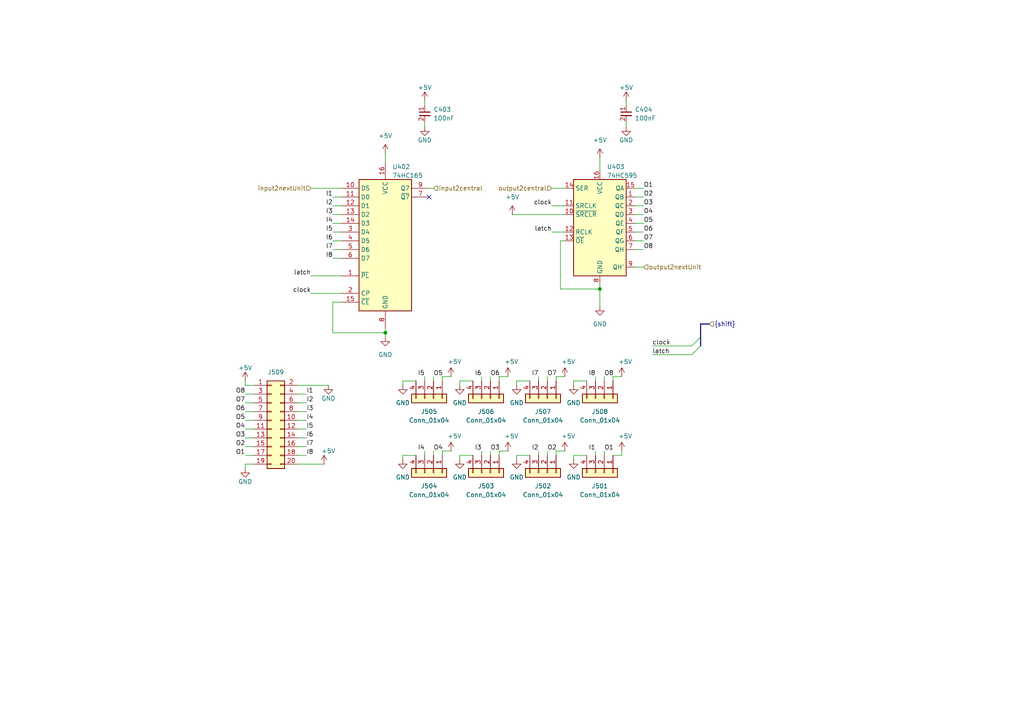
<source format=kicad_sch>
(kicad_sch (version 20231120) (generator "eeschema") (generator_version "8.0")
  (paper "A4")
  (lib_symbols
    (symbol "74xx:74HC165"
      (property "Reference" "U" (at -7.62 19.05 0))
      (property "Value" "74HC165" (at -7.62 -21.59 0))
      (symbol "74HC165_1_0"
        (pin input line (at -12.7 -10.16 0) (length 5.08) (name "~{PL}") (number "1"))
        (pin input line (at -12.7 15.24 0) (length 5.08) (name "DS") (number "10"))
        (pin input line (at -12.7 12.7 0) (length 5.08) (name "D0") (number "11"))
        (pin input line (at -12.7 10.16 0) (length 5.08) (name "D1") (number "12"))
        (pin input line (at -12.7 7.62 0) (length 5.08) (name "D2") (number "13"))
        (pin input line (at -12.7 5.08 0) (length 5.08) (name "D3") (number "14"))
        (pin input line (at -12.7 -17.78 0) (length 5.08) (name "~{CE}") (number "15"))
        (pin power_in line (at 0 22.86 270) (length 5.08) (name "VCC") (number "16"))
        (pin input line (at -12.7 -15.24 0) (length 5.08) (name "CP") (number "2"))
        (pin input line (at -12.7 2.54 0) (length 5.08) (name "D4") (number "3"))
        (pin input line (at -12.7 0 0) (length 5.08) (name "D5") (number "4"))
        (pin input line (at -12.7 -2.54 0) (length 5.08) (name "D6") (number "5"))
        (pin input line (at -12.7 -5.08 0) (length 5.08) (name "D7") (number "6"))
        (pin output line (at 12.7 12.7 180) (length 5.08) (name "~{Q7}") (number "7"))
        (pin power_in line (at 0 -25.4 90) (length 5.08) (name "GND") (number "8"))
        (pin output line (at 12.7 15.24 180) (length 5.08) (name "Q7") (number "9"))
      )
      (symbol "74HC165_1_1"
        (rectangle (start -7.62 17.78) (end 7.62 -20.32) (stroke (width 0.254)) (fill (type background)))
      )
    )
    (symbol "74xx:74HC595"
      (property "Reference" "U" (at -7.62 13.97 0))
      (property "Value" "74HC595" (at -7.62 -16.51 0))
      (symbol "74HC595_1_0"
        (pin tri_state line (at 10.16 7.62 180) (length 2.54) (name "QB") (number "1"))
        (pin input line (at -10.16 2.54 0) (length 2.54) (name "~{SRCLR}") (number "10"))
        (pin input line (at -10.16 5.08 0) (length 2.54) (name "SRCLK") (number "11"))
        (pin input line (at -10.16 -2.54 0) (length 2.54) (name "RCLK") (number "12"))
        (pin input line (at -10.16 -5.08 0) (length 2.54) (name "~{OE}") (number "13"))
        (pin input line (at -10.16 10.16 0) (length 2.54) (name "SER") (number "14"))
        (pin tri_state line (at 10.16 10.16 180) (length 2.54) (name "QA") (number "15"))
        (pin power_in line (at 0 15.24 270) (length 2.54) (name "VCC") (number "16"))
        (pin tri_state line (at 10.16 5.08 180) (length 2.54) (name "QC") (number "2"))
        (pin tri_state line (at 10.16 2.54 180) (length 2.54) (name "QD") (number "3"))
        (pin tri_state line (at 10.16 0 180) (length 2.54) (name "QE") (number "4"))
        (pin tri_state line (at 10.16 -2.54 180) (length 2.54) (name "QF") (number "5"))
        (pin tri_state line (at 10.16 -5.08 180) (length 2.54) (name "QG") (number "6"))
        (pin tri_state line (at 10.16 -7.62 180) (length 2.54) (name "QH") (number "7"))
        (pin power_in line (at 0 -17.78 90) (length 2.54) (name "GND") (number "8"))
        (pin output line (at 10.16 -12.7 180) (length 2.54) (name "QH'") (number "9"))
      )
      (symbol "74HC595_1_1"
        (rectangle (start -7.62 12.7) (end 7.62 -15.24) (stroke (width 0.254)) (fill (type background)))
      )
    )
    (symbol "Connector_Generic:Conn_01x04" (pin_names (offset 1.016) hide)
      (property "Reference" "J" (at 0 5.08 0))
      (property "Value" "Conn_01x04" (at 0 -7.62 0))
      (symbol "Conn_01x04_1_1"
        (rectangle (start -1.27 -4.953) (end 0 -5.207) (stroke (width 0.1524)))
        (rectangle (start -1.27 -2.413) (end 0 -2.667) (stroke (width 0.1524)))
        (rectangle (start -1.27 0.127) (end 0 -0.127) (stroke (width 0.1524)))
        (rectangle (start -1.27 2.667) (end 0 2.413) (stroke (width 0.1524)))
        (rectangle (start -1.27 3.81) (end 1.27 -6.35) (stroke (width 0.254)) (fill (type background)))
        (pin passive line (at -5.08 2.54 0) (length 3.81) (name "Pin_1") (number "1"))
        (pin passive line (at -5.08 0 0) (length 3.81) (name "Pin_2") (number "2"))
        (pin passive line (at -5.08 -2.54 0) (length 3.81) (name "Pin_3") (number "3"))
        (pin passive line (at -5.08 -5.08 0) (length 3.81) (name "Pin_4") (number "4"))
      )
    )
    (symbol "Connector_Generic:Conn_02x10_Odd_Even" (pin_names (offset 1.016) hide)
      (property "Reference" "J" (at 1.27 12.7 0))
      (property "Value" "Conn_02x10_Odd_Even" (at 1.27 -15.24 0))
      (symbol "Conn_02x10_Odd_Even_1_1"
        (rectangle (start -1.27 -12.573) (end 0 -12.827) (stroke (width 0.1524)))
        (rectangle (start -1.27 -10.033) (end 0 -10.287) (stroke (width 0.1524)))
        (rectangle (start -1.27 -7.493) (end 0 -7.747) (stroke (width 0.1524)))
        (rectangle (start -1.27 -4.953) (end 0 -5.207) (stroke (width 0.1524)))
        (rectangle (start -1.27 -2.413) (end 0 -2.667) (stroke (width 0.1524)))
        (rectangle (start -1.27 0.127) (end 0 -0.127) (stroke (width 0.1524)))
        (rectangle (start -1.27 2.667) (end 0 2.413) (stroke (width 0.1524)))
        (rectangle (start -1.27 5.207) (end 0 4.953) (stroke (width 0.1524)))
        (rectangle (start -1.27 7.747) (end 0 7.493) (stroke (width 0.1524)))
        (rectangle (start -1.27 10.287) (end 0 10.033) (stroke (width 0.1524)))
        (rectangle (start -1.27 11.43) (end 3.81 -13.97) (stroke (width 0.254)) (fill (type background)))
        (rectangle (start 3.81 -12.573) (end 2.54 -12.827) (stroke (width 0.1524)))
        (rectangle (start 3.81 -10.033) (end 2.54 -10.287) (stroke (width 0.1524)))
        (rectangle (start 3.81 -7.493) (end 2.54 -7.747) (stroke (width 0.1524)))
        (rectangle (start 3.81 -4.953) (end 2.54 -5.207) (stroke (width 0.1524)))
        (rectangle (start 3.81 -2.413) (end 2.54 -2.667) (stroke (width 0.1524)))
        (rectangle (start 3.81 0.127) (end 2.54 -0.127) (stroke (width 0.1524)))
        (rectangle (start 3.81 2.667) (end 2.54 2.413) (stroke (width 0.1524)))
        (rectangle (start 3.81 5.207) (end 2.54 4.953) (stroke (width 0.1524)))
        (rectangle (start 3.81 7.747) (end 2.54 7.493) (stroke (width 0.1524)))
        (rectangle (start 3.81 10.287) (end 2.54 10.033) (stroke (width 0.1524)))
        (pin passive line (at -5.08 10.16 0) (length 3.81) (name "Pin_1") (number "1"))
        (pin passive line (at 7.62 0 180) (length 3.81) (name "Pin_10") (number "10"))
        (pin passive line (at -5.08 -2.54 0) (length 3.81) (name "Pin_11") (number "11"))
        (pin passive line (at 7.62 -2.54 180) (length 3.81) (name "Pin_12") (number "12"))
        (pin passive line (at -5.08 -5.08 0) (length 3.81) (name "Pin_13") (number "13"))
        (pin passive line (at 7.62 -5.08 180) (length 3.81) (name "Pin_14") (number "14"))
        (pin passive line (at -5.08 -7.62 0) (length 3.81) (name "Pin_15") (number "15"))
        (pin passive line (at 7.62 -7.62 180) (length 3.81) (name "Pin_16") (number "16"))
        (pin passive line (at -5.08 -10.16 0) (length 3.81) (name "Pin_17") (number "17"))
        (pin passive line (at 7.62 -10.16 180) (length 3.81) (name "Pin_18") (number "18"))
        (pin passive line (at -5.08 -12.7 0) (length 3.81) (name "Pin_19") (number "19"))
        (pin passive line (at 7.62 10.16 180) (length 3.81) (name "Pin_2") (number "2"))
        (pin passive line (at 7.62 -12.7 180) (length 3.81) (name "Pin_20") (number "20"))
        (pin passive line (at -5.08 7.62 0) (length 3.81) (name "Pin_3") (number "3"))
        (pin passive line (at 7.62 7.62 180) (length 3.81) (name "Pin_4") (number "4"))
        (pin passive line (at -5.08 5.08 0) (length 3.81) (name "Pin_5") (number "5"))
        (pin passive line (at 7.62 5.08 180) (length 3.81) (name "Pin_6") (number "6"))
        (pin passive line (at -5.08 2.54 0) (length 3.81) (name "Pin_7") (number "7"))
        (pin passive line (at 7.62 2.54 180) (length 3.81) (name "Pin_8") (number "8"))
        (pin passive line (at -5.08 0 0) (length 3.81) (name "Pin_9") (number "9"))
      )
    )
    (symbol "capacitor_miscellaneous:C_0603_100nF"
      (property "Reference" "C" (at 1.27 2.54 0))
      (property "Value" "100nF" (at 3.81 -2.54 0))
      (symbol "C_0603_100nF_0_1"
        (polyline (pts (xy -1.524 -0.508) (xy 1.524 -0.508)) (stroke (width 0.3302)))
        (polyline (pts (xy -1.524 0.508) (xy 1.524 0.508)) (stroke (width 0.3048)))
      )
      (symbol "C_0603_100nF_1_1"
        (pin passive line (at 0 2.54 270) (length 2.032) (name "~") (number "1"))
        (pin passive line (at 0 -2.54 90) (length 2.032) (name "~") (number "2"))
      )
    )
    (symbol "power:+5V" (power) (pin_numbers hide) (pin_names (offset 0) hide)
      (property "Value" "+5V" (at 0 3.556 0))
      (symbol "+5V_0_1"
        (polyline (pts (xy -0.762 1.27) (xy 0 2.54)))
        (polyline (pts (xy 0 0) (xy 0 2.54)))
        (polyline (pts (xy 0 2.54) (xy 0.762 1.27)))
      )
      (symbol "+5V_1_1"
        (pin power_in line (at 0 0 90) (length 0) (name "~") (number "1"))
      )
    )
    (symbol "power:GND" (power) (pin_numbers hide) (pin_names (offset 0) hide)
      (property "Value" "GND" (at 0 -3.81 0))
      (symbol "GND_0_1"
        (polyline (pts (xy 0 0) (xy 0 -1.27) (xy 1.27 -1.27) (xy 0 -2.54) (xy -1.27 -1.27) (xy 0 -1.27)))
      )
      (symbol "GND_1_1"
        (pin power_in line (at 0 0 270) (length 0) (name "~") (number "1"))
      )
    )
  )
  (junction (at 173.99 83.82))
  (junction (at 111.76 96.52))
  (no_connect (at 124.46 57.15))
  (bus_entry (at 203.2 100.33) (size -2.54 2.54))
  (bus_entry (at 203.2 97.79) (size -2.54 2.54))
  (wire (pts (xy 71.12 124.46) (xy 73.66 124.46)))
  (wire (pts (xy 130.81 130.81) (xy 128.27 130.81)))
  (wire (pts (xy 166.37 132.08) (xy 166.37 133.35)))
  (bus (pts (xy 203.2 100.33) (xy 203.2 97.79)))
  (wire (pts (xy 181.61 29.21) (xy 181.61 30.48)))
  (wire (pts (xy 158.75 109.22) (xy 158.75 110.49)))
  (wire (pts (xy 86.36 114.3) (xy 88.9 114.3)))
  (wire (pts (xy 96.52 59.69) (xy 99.06 59.69)))
  (wire (pts (xy 96.52 74.93) (xy 99.06 74.93)))
  (bus (pts (xy 203.2 97.79) (xy 203.2 93.98)))
  (wire (pts (xy 180.34 132.08) (xy 177.8 132.08)))
  (wire (pts (xy 184.15 67.31) (xy 186.69 67.31)))
  (wire (pts (xy 162.56 83.82) (xy 173.99 83.82)))
  (wire (pts (xy 111.76 95.25) (xy 111.76 96.52)))
  (wire (pts (xy 90.17 85.09) (xy 99.06 85.09)))
  (wire (pts (xy 189.23 102.87) (xy 200.66 102.87)))
  (wire (pts (xy 71.12 119.38) (xy 73.66 119.38)))
  (wire (pts (xy 71.12 132.08) (xy 73.66 132.08)))
  (wire (pts (xy 184.15 57.15) (xy 186.69 57.15)))
  (wire (pts (xy 133.35 110.49) (xy 133.35 111.76)))
  (wire (pts (xy 96.52 64.77) (xy 99.06 64.77)))
  (wire (pts (xy 172.72 130.81) (xy 172.72 132.08)))
  (wire (pts (xy 149.86 110.49) (xy 153.67 110.49)))
  (wire (pts (xy 160.02 54.61) (xy 163.83 54.61)))
  (wire (pts (xy 111.76 44.45) (xy 111.76 46.99)))
  (wire (pts (xy 90.17 54.61) (xy 99.06 54.61)))
  (wire (pts (xy 184.15 72.39) (xy 186.69 72.39)))
  (wire (pts (xy 71.12 121.92) (xy 73.66 121.92)))
  (wire (pts (xy 71.12 134.62) (xy 71.12 135.89)))
  (wire (pts (xy 180.34 130.81) (xy 180.34 132.08)))
  (wire (pts (xy 123.19 130.81) (xy 123.19 132.08)))
  (wire (pts (xy 148.59 62.23) (xy 163.83 62.23)))
  (wire (pts (xy 123.19 29.21) (xy 123.19 30.48)))
  (wire (pts (xy 123.19 109.22) (xy 123.19 110.49)))
  (wire (pts (xy 173.99 82.55) (xy 173.99 83.82)))
  (wire (pts (xy 71.12 114.3) (xy 73.66 114.3)))
  (wire (pts (xy 160.02 67.31) (xy 163.83 67.31)))
  (wire (pts (xy 116.84 132.08) (xy 116.84 133.35)))
  (wire (pts (xy 71.12 129.54) (xy 73.66 129.54)))
  (wire (pts (xy 166.37 110.49) (xy 166.37 111.76)))
  (wire (pts (xy 144.78 130.81) (xy 144.78 132.08)))
  (wire (pts (xy 144.78 109.22) (xy 147.32 109.22)))
  (wire (pts (xy 139.7 130.81) (xy 139.7 132.08)))
  (wire (pts (xy 125.73 130.81) (xy 125.73 132.08)))
  (wire (pts (xy 86.36 121.92) (xy 88.9 121.92)))
  (wire (pts (xy 86.36 134.62) (xy 93.98 134.62)))
  (wire (pts (xy 128.27 109.22) (xy 130.81 109.22)))
  (wire (pts (xy 133.35 110.49) (xy 137.16 110.49)))
  (wire (pts (xy 116.84 110.49) (xy 116.84 111.76)))
  (wire (pts (xy 128.27 109.22) (xy 128.27 110.49)))
  (wire (pts (xy 175.26 109.22) (xy 175.26 110.49)))
  (wire (pts (xy 116.84 110.49) (xy 120.65 110.49)))
  (wire (pts (xy 166.37 110.49) (xy 170.18 110.49)))
  (wire (pts (xy 184.15 64.77) (xy 186.69 64.77)))
  (wire (pts (xy 71.12 111.76) (xy 73.66 111.76)))
  (wire (pts (xy 162.56 69.85) (xy 162.56 83.82)))
  (wire (pts (xy 184.15 59.69) (xy 186.69 59.69)))
  (wire (pts (xy 124.46 54.61) (xy 125.73 54.61)))
  (wire (pts (xy 149.86 110.49) (xy 149.86 111.76)))
  (wire (pts (xy 161.29 130.81) (xy 161.29 132.08)))
  (bus (pts (xy 203.2 93.98) (xy 205.74 93.98)))
  (wire (pts (xy 96.52 96.52) (xy 111.76 96.52)))
  (wire (pts (xy 144.78 109.22) (xy 144.78 110.49)))
  (wire (pts (xy 96.52 67.31) (xy 99.06 67.31)))
  (wire (pts (xy 142.24 109.22) (xy 142.24 110.49)))
  (wire (pts (xy 71.12 110.49) (xy 71.12 111.76)))
  (wire (pts (xy 180.34 109.22) (xy 177.8 109.22)))
  (wire (pts (xy 163.83 130.81) (xy 161.29 130.81)))
  (wire (pts (xy 86.36 132.08) (xy 88.9 132.08)))
  (wire (pts (xy 166.37 132.08) (xy 170.18 132.08)))
  (wire (pts (xy 184.15 54.61) (xy 186.69 54.61)))
  (wire (pts (xy 71.12 116.84) (xy 73.66 116.84)))
  (wire (pts (xy 177.8 109.22) (xy 177.8 110.49)))
  (wire (pts (xy 116.84 132.08) (xy 120.65 132.08)))
  (wire (pts (xy 96.52 69.85) (xy 99.06 69.85)))
  (wire (pts (xy 125.73 109.22) (xy 125.73 110.49)))
  (wire (pts (xy 163.83 69.85) (xy 162.56 69.85)))
  (wire (pts (xy 189.23 100.33) (xy 200.66 100.33)))
  (wire (pts (xy 149.86 132.08) (xy 149.86 133.35)))
  (wire (pts (xy 142.24 130.81) (xy 142.24 132.08)))
  (wire (pts (xy 96.52 87.63) (xy 96.52 96.52)))
  (wire (pts (xy 184.15 62.23) (xy 186.69 62.23)))
  (wire (pts (xy 111.76 96.52) (xy 111.76 97.79)))
  (wire (pts (xy 96.52 57.15) (xy 99.06 57.15)))
  (wire (pts (xy 123.19 36.83) (xy 123.19 35.56)))
  (wire (pts (xy 71.12 127) (xy 73.66 127)))
  (wire (pts (xy 96.52 87.63) (xy 99.06 87.63)))
  (wire (pts (xy 139.7 109.22) (xy 139.7 110.49)))
  (wire (pts (xy 86.36 119.38) (xy 88.9 119.38)))
  (wire (pts (xy 96.52 62.23) (xy 99.06 62.23)))
  (wire (pts (xy 161.29 109.22) (xy 161.29 110.49)))
  (wire (pts (xy 172.72 109.22) (xy 172.72 110.49)))
  (wire (pts (xy 149.86 132.08) (xy 153.67 132.08)))
  (wire (pts (xy 184.15 69.85) (xy 186.69 69.85)))
  (wire (pts (xy 71.12 134.62) (xy 73.66 134.62)))
  (wire (pts (xy 184.15 77.47) (xy 186.69 77.47)))
  (wire (pts (xy 86.36 116.84) (xy 88.9 116.84)))
  (wire (pts (xy 86.36 129.54) (xy 88.9 129.54)))
  (wire (pts (xy 160.02 59.69) (xy 163.83 59.69)))
  (wire (pts (xy 173.99 45.72) (xy 173.99 49.53)))
  (wire (pts (xy 156.21 130.81) (xy 156.21 132.08)))
  (wire (pts (xy 86.36 127) (xy 88.9 127)))
  (wire (pts (xy 161.29 109.22) (xy 163.83 109.22)))
  (wire (pts (xy 175.26 130.81) (xy 175.26 132.08)))
  (wire (pts (xy 147.32 130.81) (xy 144.78 130.81)))
  (wire (pts (xy 86.36 111.76) (xy 95.25 111.76)))
  (wire (pts (xy 181.61 36.83) (xy 181.61 35.56)))
  (wire (pts (xy 96.52 72.39) (xy 99.06 72.39)))
  (wire (pts (xy 133.35 132.08) (xy 133.35 133.35)))
  (wire (pts (xy 158.75 130.81) (xy 158.75 132.08)))
  (wire (pts (xy 90.17 80.01) (xy 99.06 80.01)))
  (wire (pts (xy 133.35 132.08) (xy 137.16 132.08)))
  (wire (pts (xy 86.36 124.46) (xy 88.9 124.46)))
  (wire (pts (xy 156.21 109.22) (xy 156.21 110.49)))
  (wire (pts (xy 128.27 130.81) (xy 128.27 132.08)))
  (wire (pts (xy 173.99 83.82) (xy 173.99 88.9)))
  (label "O8" (at 186.69 72.39 0))
  (label "I8" (at 88.9 132.08 0))
  (label "clock" (at 90.17 85.09 180))
  (label "O1" (at 186.69 54.61 0))
  (label "latch" (at 90.17 80.01 180))
  (label "O4" (at 186.69 62.23 0))
  (label "latch" (at 189.23 102.87 0))
  (label "O3" (at 71.12 127 180))
  (label "I8" (at 96.52 74.93 180))
  (label "O6" (at 71.12 119.38 180))
  (label "I5" (at 123.19 109.22 180))
  (label "O5" (at 71.12 121.92 180))
  (label "clock" (at 189.23 100.33 0))
  (label "I4" (at 123.19 130.81 180))
  (label "O6" (at 186.69 67.31 0))
  (label "O8" (at 175.26 109.22 0))
  (label "I7" (at 88.9 129.54 0))
  (label "O5" (at 125.73 109.22 0))
  (label "latch" (at 160.02 67.31 180))
  (label "I7" (at 156.21 109.22 180))
  (label "O4" (at 125.73 130.81 0))
  (label "O6" (at 142.24 109.22 0))
  (label "I3" (at 96.52 62.23 180))
  (label "I2" (at 156.21 130.81 180))
  (label "O2" (at 71.12 129.54 180))
  (label "O7" (at 71.12 116.84 180))
  (label "O2" (at 186.69 57.15 0))
  (label "I5" (at 96.52 67.31 180))
  (label "I6" (at 96.52 69.85 180))
  (label "I2" (at 88.9 116.84 0))
  (label "I4" (at 96.52 64.77 180))
  (label "clock" (at 160.02 59.69 180))
  (label "O2" (at 158.75 130.81 0))
  (label "O4" (at 71.12 124.46 180))
  (label "O1" (at 175.26 130.81 0))
  (label "I1" (at 88.9 114.3 0))
  (label "I5" (at 88.9 124.46 0))
  (label "I6" (at 139.7 109.22 180))
  (label "I2" (at 96.52 59.69 180))
  (label "I6" (at 88.9 127 0))
  (label "I8" (at 172.72 109.22 180))
  (label "O7" (at 158.75 109.22 0))
  (label "I3" (at 88.9 119.38 0))
  (label "O3" (at 142.24 130.81 0))
  (label "O7" (at 186.69 69.85 0))
  (label "O1" (at 71.12 132.08 180))
  (label "I3" (at 139.7 130.81 180))
  (label "I4" (at 88.9 121.92 0))
  (label "O5" (at 186.69 64.77 0))
  (label "O3" (at 186.69 59.69 0))
  (label "O8" (at 71.12 114.3 180))
  (label "I1" (at 172.72 130.81 180))
  (label "I7" (at 96.52 72.39 180))
  (label "I1" (at 96.52 57.15 180))
  (hierarchical_label "input2central" (shape input) (at 125.73 54.61 0))
  (hierarchical_label "{shift}" (shape input) (at 205.74 93.98 0))
  (hierarchical_label "output2central" (shape input) (at 160.02 54.61 180))
  (hierarchical_label "input2nextUnit" (shape input) (at 90.17 54.61 180))
  (hierarchical_label "output2nextUnit" (shape input) (at 186.69 77.47 0))
  (symbol (lib_id "power:+5V") (at 163.83 109.22 0) (mirror y) (unit 1)
    (property "Reference" "#PWR0515" (effects (hide yes)))
    (property "Value" "+5V" (at 164.846 104.902 0))
    (property "Description" "Power symbol creates a global label with name \"+5V\"" (effects (hide yes)))
  )
  (symbol (lib_id "power:+5V") (at 130.81 130.81 0) (mirror y) (unit 1)
    (property "Reference" "#PWR0508" (effects (hide yes)))
    (property "Value" "+5V" (at 131.826 126.492 0))
    (property "Description" "Power symbol creates a global label with name \"+5V\"" (effects (hide yes)))
  )
  (symbol (lib_id "power:+5V") (at 147.32 109.22 0) (mirror y) (unit 1)
    (property "Reference" "#PWR0511" (effects (hide yes)))
    (property "Value" "+5V" (at 148.336 104.902 0))
    (property "Description" "Power symbol creates a global label with name \"+5V\"" (effects (hide yes)))
  )
  (symbol (lib_id "power:GND") (at 181.61 36.83 0) (unit 1)
    (property "Reference" "#PWR0405" (effects (hide yes)))
    (property "Value" "GND" (at 181.61 40.64 0))
    (property "Description" "Power symbol creates a global label with name \"GND\" , ground" (effects (hide yes)))
  )
  (symbol (lib_id "power:GND") (at 116.84 111.76 0) (unit 1)
    (property "Reference" "#PWR0505" (effects (hide yes)))
    (property "Value" "GND" (at 116.84 116.84 0))
    (property "Description" "Power symbol creates a global label with name \"GND\" , ground" (effects (hide yes)))
  )
  (symbol (lib_id "power:+5V") (at 147.32 130.81 0) (mirror y) (unit 1)
    (property "Reference" "#PWR0512" (effects (hide yes)))
    (property "Value" "+5V" (at 148.336 126.492 0))
    (property "Description" "Power symbol creates a global label with name \"+5V\"" (effects (hide yes)))
  )
  (symbol (lib_id "power:GND") (at 123.19 36.83 0) (unit 1)
    (property "Reference" "#PWR0404" (effects (hide yes)))
    (property "Value" "GND" (at 123.19 40.64 0))
    (property "Description" "Power symbol creates a global label with name \"GND\" , ground" (effects (hide yes)))
  )
  (symbol (lib_id "Connector_Generic:Conn_01x04") (at 175.26 115.57 270) (unit 1)
    (property "Reference" "J508" (at 173.99 119.38 90))
    (property "Value" "Conn_01x04" (at 173.99 121.92 90))
    (property "Footprint" "Connector_JST:JST_SH_BM04B-SRSS-TB_1x04-1MP_P1.00mm_Vertical" (effects (hide yes)))
    (property "Description" "Generic connector, single row, 01x04, script generated (kicad-library-utils/schlib/autogen/connector/)" (effects (hide yes)))
  )
  (symbol (lib_id "power:+5V") (at 148.59 62.23 0) (unit 1)
    (property "Reference" "#PWR0401" (effects (hide yes)))
    (property "Value" "+5V" (at 148.59 57.15 0))
    (property "Description" "Power symbol creates a global label with name \"+5V\"" (effects (hide yes)))
  )
  (symbol (lib_id "power:+5V") (at 93.98 134.62 0) (unit 1)
    (property "Reference" "#PWR0503" (effects (hide yes)))
    (property "Value" "+5V" (at 95.25 130.81 0))
    (property "Description" "Power symbol creates a global label with name \"+5V\"" (effects (hide yes)))
  )
  (symbol (lib_id "Connector_Generic:Conn_01x04") (at 142.24 115.57 270) (unit 1)
    (property "Reference" "J506" (at 140.97 119.38 90))
    (property "Value" "Conn_01x04" (at 140.97 121.92 90))
    (property "Footprint" "Connector_JST:JST_SH_BM04B-SRSS-TB_1x04-1MP_P1.00mm_Vertical" (effects (hide yes)))
    (property "Description" "Generic connector, single row, 01x04, script generated (kicad-library-utils/schlib/autogen/connector/)" (effects (hide yes)))
  )
  (symbol (lib_id "Connector_Generic:Conn_01x04") (at 175.26 137.16 270) (unit 1)
    (property "Reference" "J501" (at 173.99 140.97 90))
    (property "Value" "Conn_01x04" (at 173.99 143.51 90))
    (property "Footprint" "Connector_JST:JST_SH_BM04B-SRSS-TB_1x04-1MP_P1.00mm_Vertical" (effects (hide yes)))
    (property "Description" "Generic connector, single row, 01x04, script generated (kicad-library-utils/schlib/autogen/connector/)" (effects (hide yes)))
  )
  (symbol (lib_id "74xx:74HC165") (at 111.76 69.85 0) (unit 1)
    (property "Reference" "U402" (at 113.7794 48.3702 0) (effects (justify left)))
    (property "Value" "74HC165" (at 113.7794 50.9071 0) (effects (justify left)))
    (property "Footprint" "Package_SO:SOIC-16_3.9x9.9mm_P1.27mm" (effects (hide yes)))
    (property "Datasheet" "https://assets.nexperia.com/documents/data-sheet/74HC_HCT165.pdf" (effects (hide yes)))
    (property "JLCPCB Part#" "C5613" (effects (hide yes)))
  )
  (symbol (lib_id "power:GND") (at 133.35 133.35 0) (unit 1)
    (property "Reference" "#PWR0510" (effects (hide yes)))
    (property "Value" "GND" (at 133.35 138.43 0))
    (property "Description" "Power symbol creates a global label with name \"GND\" , ground" (effects (hide yes)))
  )
  (symbol (lib_id "power:GND") (at 116.84 133.35 0) (unit 1)
    (property "Reference" "#PWR0506" (effects (hide yes)))
    (property "Value" "GND" (at 116.84 138.43 0))
    (property "Description" "Power symbol creates a global label with name \"GND\" , ground" (effects (hide yes)))
  )
  (symbol (lib_id "capacitor_miscellaneous:C_0603_100nF") (at 181.61 33.02 0) (unit 1)
    (property "Reference" "C404" (at 184.15 31.7563 0) (effects (justify left)))
    (property "Value" "100nF" (at 184.15 34.2963 0) (effects (justify left)))
    (property "Footprint" "Capacitor_SMD:C_0603_1608Metric" (effects (hide yes)))
    (property "JLCPCB Part#" "C14663" (effects (hide yes)))
  )
  (symbol (lib_id "capacitor_miscellaneous:C_0603_100nF") (at 123.19 33.02 0) (unit 1)
    (property "Reference" "C403" (at 125.73 31.7563 0) (effects (justify left)))
    (property "Value" "100nF" (at 125.73 34.2963 0) (effects (justify left)))
    (property "Footprint" "Capacitor_SMD:C_0603_1608Metric" (effects (hide yes)))
    (property "JLCPCB Part#" "C14663" (effects (hide yes)))
  )
  (symbol (lib_id "power:+5V") (at 71.12 110.49 0) (unit 1)
    (property "Reference" "#PWR0502" (effects (hide yes)))
    (property "Value" "+5V" (at 71.12 106.68 0))
    (property "Description" "Power symbol creates a global label with name \"+5V\"" (effects (hide yes)))
  )
  (symbol (lib_id "Connector_Generic:Conn_01x04") (at 125.73 115.57 270) (unit 1)
    (property "Reference" "J505" (at 124.46 119.38 90))
    (property "Value" "Conn_01x04" (at 124.46 121.92 90))
    (property "Footprint" "Connector_JST:JST_SH_BM04B-SRSS-TB_1x04-1MP_P1.00mm_Vertical" (effects (hide yes)))
    (property "Description" "Generic connector, single row, 01x04, script generated (kicad-library-utils/schlib/autogen/connector/)" (effects (hide yes)))
  )
  (symbol (lib_id "power:+5V") (at 181.61 29.21 0) (unit 1)
    (property "Reference" "#PWR0406" (effects (hide yes)))
    (property "Value" "+5V" (at 181.61 25.4 0))
    (property "Description" "Power symbol creates a global label with name \"+5V\"" (effects (hide yes)))
  )
  (symbol (lib_id "power:GND") (at 133.35 111.76 0) (unit 1)
    (property "Reference" "#PWR0509" (effects (hide yes)))
    (property "Value" "GND" (at 133.35 116.84 0))
    (property "Description" "Power symbol creates a global label with name \"GND\" , ground" (effects (hide yes)))
  )
  (symbol (lib_id "power:GND") (at 149.86 111.76 0) (unit 1)
    (property "Reference" "#PWR0513" (effects (hide yes)))
    (property "Value" "GND" (at 149.86 116.84 0))
    (property "Description" "Power symbol creates a global label with name \"GND\" , ground" (effects (hide yes)))
  )
  (symbol (lib_id "Connector_Generic:Conn_01x04") (at 158.75 137.16 270) (unit 1)
    (property "Reference" "J502" (at 157.48 140.97 90))
    (property "Value" "Conn_01x04" (at 157.48 143.51 90))
    (property "Footprint" "Connector_JST:JST_SH_BM04B-SRSS-TB_1x04-1MP_P1.00mm_Vertical" (effects (hide yes)))
    (property "Description" "Generic connector, single row, 01x04, script generated (kicad-library-utils/schlib/autogen/connector/)" (effects (hide yes)))
  )
  (symbol (lib_id "power:GND") (at 166.37 133.35 0) (unit 1)
    (property "Reference" "#PWR0518" (effects (hide yes)))
    (property "Value" "GND" (at 166.37 138.43 0))
    (property "Description" "Power symbol creates a global label with name \"GND\" , ground" (effects (hide yes)))
  )
  (symbol (lib_id "Connector_Generic:Conn_01x04") (at 125.73 137.16 270) (unit 1)
    (property "Reference" "J504" (at 124.46 140.97 90))
    (property "Value" "Conn_01x04" (at 124.46 143.51 90))
    (property "Footprint" "Connector_JST:JST_SH_BM04B-SRSS-TB_1x04-1MP_P1.00mm_Vertical" (effects (hide yes)))
    (property "Description" "Generic connector, single row, 01x04, script generated (kicad-library-utils/schlib/autogen/connector/)" (effects (hide yes)))
  )
  (symbol (lib_id "power:GND") (at 173.99 88.9 0) (unit 1)
    (property "Reference" "#PWR0403" (effects (hide yes)))
    (property "Value" "GND" (at 173.99 93.98 0))
    (property "Description" "Power symbol creates a global label with name \"GND\" , ground" (effects (hide yes)))
  )
  (symbol (lib_id "74xx:74HC595") (at 173.99 64.77 0) (unit 1)
    (property "Reference" "U403" (at 176.0094 48.3702 0) (effects (justify left)))
    (property "Value" "74HC595" (at 176.0094 50.9071 0) (effects (justify left)))
    (property "Footprint" "Package_SO:SOIC-16_3.9x9.9mm_P1.27mm" (effects (hide yes)))
    (property "Datasheet" "http://www.ti.com/lit/ds/symlink/sn74hc595.pdf" (effects (hide yes)))
    (property "JLCPCB Part#" "C5947" (effects (hide yes)))
  )
  (symbol (lib_id "power:+5V") (at 173.99 45.72 0) (unit 1)
    (property "Reference" "#PWR0407" (effects (hide yes)))
    (property "Value" "+5V" (at 173.99 40.64 0))
    (property "Description" "Power symbol creates a global label with name \"+5V\"" (effects (hide yes)))
  )
  (symbol (lib_id "Connector_Generic:Conn_01x04") (at 158.75 115.57 270) (unit 1)
    (property "Reference" "J507" (at 157.48 119.38 90))
    (property "Value" "Conn_01x04" (at 157.48 121.92 90))
    (property "Footprint" "Connector_JST:JST_SH_BM04B-SRSS-TB_1x04-1MP_P1.00mm_Vertical" (effects (hide yes)))
    (property "Description" "Generic connector, single row, 01x04, script generated (kicad-library-utils/schlib/autogen/connector/)" (effects (hide yes)))
  )
  (symbol (lib_id "power:GND") (at 166.37 111.76 0) (unit 1)
    (property "Reference" "#PWR0517" (effects (hide yes)))
    (property "Value" "GND" (at 166.37 116.84 0))
    (property "Description" "Power symbol creates a global label with name \"GND\" , ground" (effects (hide yes)))
  )
  (symbol (lib_id "power:GND") (at 71.12 135.89 0) (unit 1)
    (property "Reference" "#PWR0501" (effects (hide yes)))
    (property "Value" "GND" (at 71.12 139.7 0))
    (property "Description" "Power symbol creates a global label with name \"GND\" , ground" (effects (hide yes)))
  )
  (symbol (lib_id "power:GND") (at 111.76 97.79 0) (unit 1)
    (property "Reference" "#PWR0402" (effects (hide yes)))
    (property "Value" "GND" (at 111.76 102.87 0))
    (property "Description" "Power symbol creates a global label with name \"GND\" , ground" (effects (hide yes)))
  )
  (symbol (lib_id "power:+5V") (at 123.19 29.21 0) (unit 1)
    (property "Reference" "#PWR0408" (effects (hide yes)))
    (property "Value" "+5V" (at 123.19 25.4 0))
    (property "Description" "Power symbol creates a global label with name \"+5V\"" (effects (hide yes)))
  )
  (symbol (lib_id "Connector_Generic:Conn_01x04") (at 142.24 137.16 270) (unit 1)
    (property "Reference" "J503" (at 140.97 140.97 90))
    (property "Value" "Conn_01x04" (at 140.97 143.51 90))
    (property "Footprint" "Connector_JST:JST_SH_BM04B-SRSS-TB_1x04-1MP_P1.00mm_Vertical" (effects (hide yes)))
    (property "Description" "Generic connector, single row, 01x04, script generated (kicad-library-utils/schlib/autogen/connector/)" (effects (hide yes)))
  )
  (symbol (lib_id "power:+5V") (at 130.81 109.22 0) (mirror y) (unit 1)
    (property "Reference" "#PWR0507" (effects (hide yes)))
    (property "Value" "+5V" (at 131.826 104.902 0))
    (property "Description" "Power symbol creates a global label with name \"+5V\"" (effects (hide yes)))
  )
  (symbol (lib_id "power:+5V") (at 180.34 130.81 0) (mirror y) (unit 1)
    (property "Reference" "#PWR0520" (effects (hide yes)))
    (property "Value" "+5V" (at 181.356 126.492 0))
    (property "Description" "Power symbol creates a global label with name \"+5V\"" (effects (hide yes)))
  )
  (symbol (lib_id "power:GND") (at 149.86 133.35 0) (unit 1)
    (property "Reference" "#PWR0514" (effects (hide yes)))
    (property "Value" "GND" (at 149.86 138.43 0))
    (property "Description" "Power symbol creates a global label with name \"GND\" , ground" (effects (hide yes)))
  )
  (symbol (lib_id "power:+5V") (at 163.83 130.81 0) (mirror y) (unit 1)
    (property "Reference" "#PWR0516" (effects (hide yes)))
    (property "Value" "+5V" (at 164.846 126.492 0))
    (property "Description" "Power symbol creates a global label with name \"+5V\"" (effects (hide yes)))
  )
  (symbol (lib_id "power:+5V") (at 111.76 44.45 0) (unit 1)
    (property "Reference" "#PWR0409" (effects (hide yes)))
    (property "Value" "+5V" (at 111.76 39.37 0))
    (property "Description" "Power symbol creates a global label with name \"+5V\"" (effects (hide yes)))
  )
  (symbol (lib_id "power:+5V") (at 180.34 109.22 0) (mirror y) (unit 1)
    (property "Reference" "#PWR0519" (effects (hide yes)))
    (property "Value" "+5V" (at 181.356 104.902 0))
    (property "Description" "Power symbol creates a global label with name \"+5V\"" (effects (hide yes)))
  )
  (symbol (lib_id "Connector_Generic:Conn_02x10_Odd_Even") (at 78.74 121.92 0) (unit 1) (on_board no)
    (property "Reference" "J509" (at 80.01 107.95 0))
    (property "Value" "Conn_02x10_Odd_Even" (effects (hide yes)))
    (property "Footprint" "Connector_IDC:IDC-Header_2x10_P2.54mm_Vertical" (effects (hide yes)))
    (property "Description" "Generic connector, double row, 02x10, odd/even pin numbering scheme (row 1 odd numbers, row 2 even numbers), script generated (kicad-library-utils/schlib/autogen/connector/)" (effects (hide yes)))
  )
  (symbol (lib_id "power:GND") (at 95.25 111.76 0) (unit 1)
    (property "Reference" "#PWR0504" (effects (hide yes)))
    (property "Value" "GND" (at 95.25 115.57 0))
    (property "Description" "Power symbol creates a global label with name \"GND\" , ground" (effects (hide yes)))
  )
)
</source>
